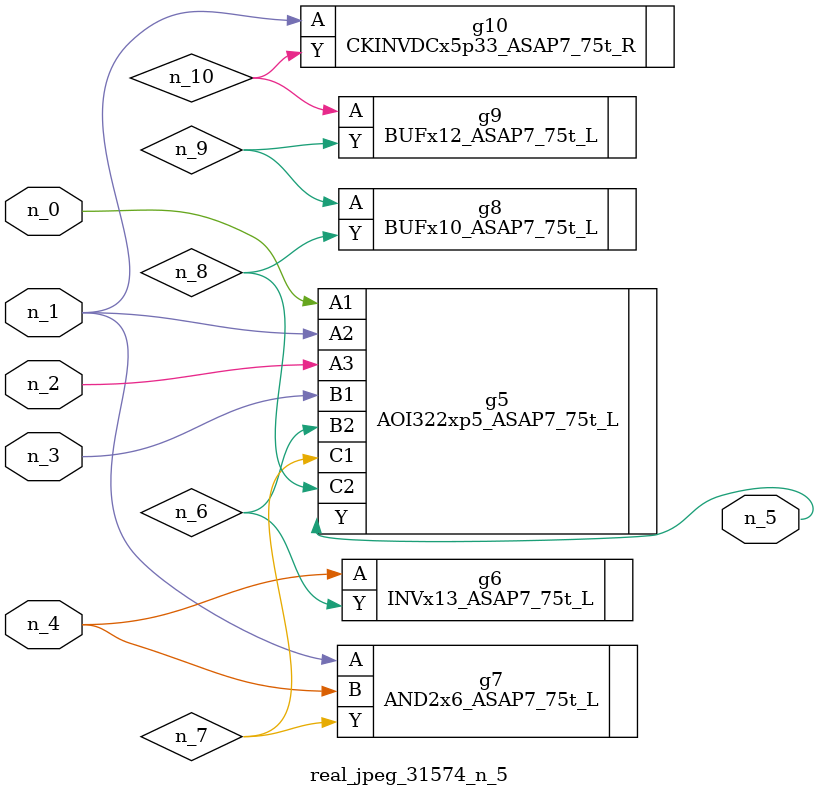
<source format=v>
module real_jpeg_31574_n_5 (n_4, n_0, n_1, n_2, n_3, n_5);

input n_4;
input n_0;
input n_1;
input n_2;
input n_3;

output n_5;

wire n_8;
wire n_6;
wire n_7;
wire n_10;
wire n_9;

AOI322xp5_ASAP7_75t_L g5 ( 
.A1(n_0),
.A2(n_1),
.A3(n_2),
.B1(n_3),
.B2(n_6),
.C1(n_7),
.C2(n_8),
.Y(n_5)
);

AND2x6_ASAP7_75t_L g7 ( 
.A(n_1),
.B(n_4),
.Y(n_7)
);

CKINVDCx5p33_ASAP7_75t_R g10 ( 
.A(n_1),
.Y(n_10)
);

INVx13_ASAP7_75t_L g6 ( 
.A(n_4),
.Y(n_6)
);

BUFx10_ASAP7_75t_L g8 ( 
.A(n_9),
.Y(n_8)
);

BUFx12_ASAP7_75t_L g9 ( 
.A(n_10),
.Y(n_9)
);


endmodule
</source>
